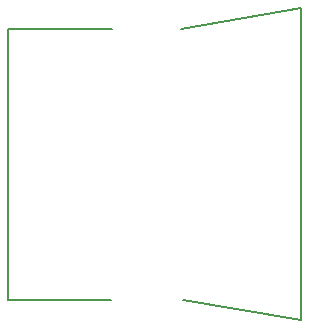
<source format=gbo>
G04 (created by PCBNEW (2013-07-07 BZR 4022)-stable) date 6/10/2015 11:43:32 PM*
%MOIN*%
G04 Gerber Fmt 3.4, Leading zero omitted, Abs format*
%FSLAX34Y34*%
G01*
G70*
G90*
G04 APERTURE LIST*
%ADD10C,0.00590551*%
G04 APERTURE END LIST*
G54D10*
X62407Y-28053D02*
X62407Y-38446D01*
X62407Y-38446D02*
X58470Y-37777D01*
X52643Y-37777D02*
X56068Y-37777D01*
X52643Y-28722D02*
X56108Y-28722D01*
X62407Y-28053D02*
X58391Y-28722D01*
X52643Y-33250D02*
X52643Y-28722D01*
X52643Y-33250D02*
X52643Y-37777D01*
M02*

</source>
